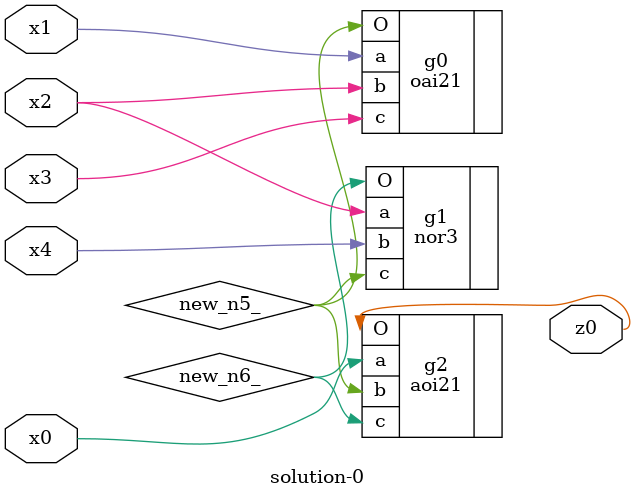
<source format=v>
module \solution-0 (
  x0, x1, x2, x3, x4,
  z0 );
  input x0, x1, x2, x3, x4;
  output z0;
  wire new_n5_, new_n6_;
  oai21  g0(.a(x1), .b(x2), .c(x3), .O(new_n5_));
  nor3  g1(.a(x2), .b(x4), .c(new_n5_), .O(new_n6_));
  aoi21  g2(.a(x0), .b(new_n5_), .c(new_n6_), .O(z0));
endmodule

</source>
